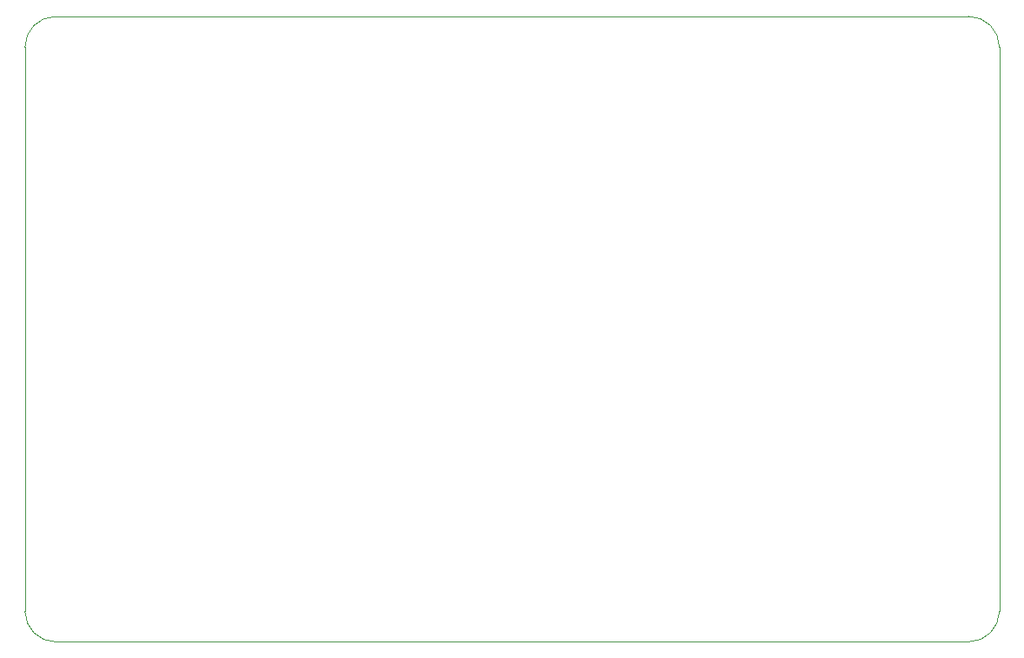
<source format=gm1>
G04 #@! TF.GenerationSoftware,KiCad,Pcbnew,5.1.9-1.fc33*
G04 #@! TF.CreationDate,2021-02-14T12:50:59-05:00*
G04 #@! TF.ProjectId,cyc1000_pidp-11_shim,63796331-3030-4305-9f70-6964702d3131,1*
G04 #@! TF.SameCoordinates,Original*
G04 #@! TF.FileFunction,Profile,NP*
%FSLAX46Y46*%
G04 Gerber Fmt 4.6, Leading zero omitted, Abs format (unit mm)*
G04 Created by KiCad (PCBNEW 5.1.9-1.fc33) date 2021-02-14 12:50:59*
%MOMM*%
%LPD*%
G01*
G04 APERTURE LIST*
G04 #@! TA.AperFunction,Profile*
%ADD10C,0.100000*%
G04 #@! TD*
G04 APERTURE END LIST*
D10*
X295000000Y-147000000D02*
X295000000Y-92000000D01*
X200000000Y-147000000D02*
G75*
G03*
X203000000Y-150000000I3000000J0D01*
G01*
X203000000Y-89000000D02*
G75*
G03*
X200000000Y-92000000I0J-3000000D01*
G01*
X295000000Y-92000000D02*
G75*
G03*
X292000000Y-89000000I-3000000J0D01*
G01*
X292000000Y-150000000D02*
G75*
G03*
X295000000Y-147000000I0J3000000D01*
G01*
X203000000Y-150000000D02*
X292000000Y-150000000D01*
X200000000Y-92000000D02*
X200000000Y-147000000D01*
X292000000Y-89000000D02*
X203000000Y-89000000D01*
M02*

</source>
